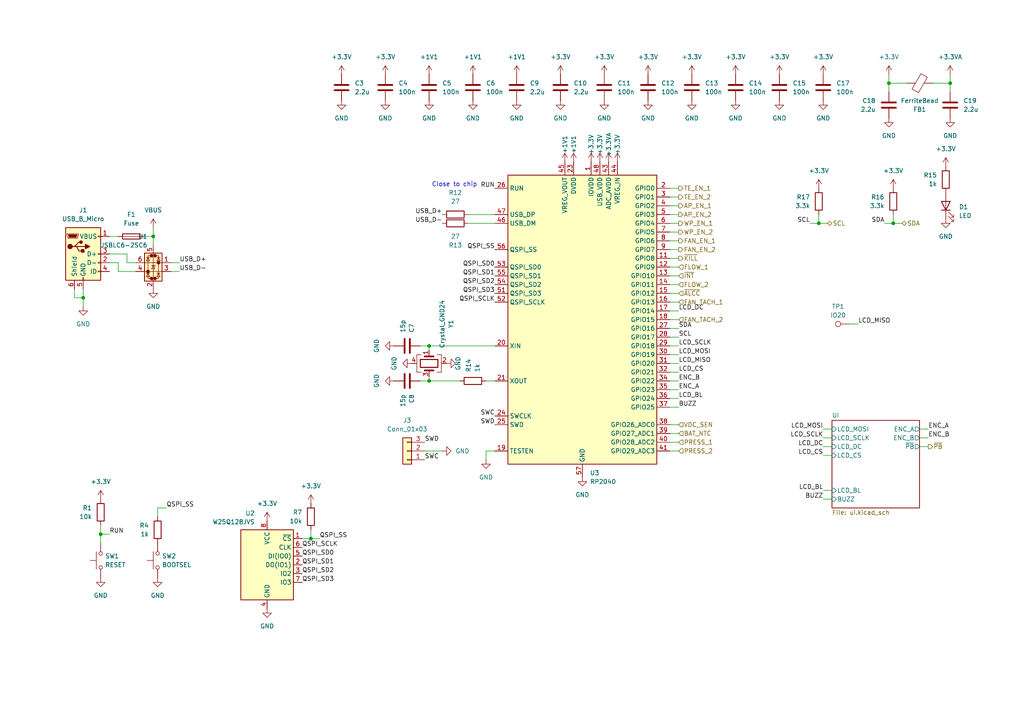
<source format=kicad_sch>
(kicad_sch (version 20231120) (generator "eeschema") (generator_version "8.0")
  (paper "A4")
  (title_block (title "Beerpak") (company "©2024 Luca Anastasio"))
  (lib_symbols
    (symbol "Connector:TestPoint" (pin_numbers hide) (pin_names (offset 0.762) hide)
      (property "Reference" "TP" (at 0 6.858 0))
      (property "Value" "TestPoint" (at 0 5.08 0))
      (symbol "TestPoint_1_1"
        (pin passive line (at 0 0 90) (length 2.54) (name "1") (number "1"))
      )
    )
    (symbol "Connector:USB_B_Micro" (pin_names (offset 1.016))
      (property "Reference" "J" (at -5.08 11.43 0))
      (property "Value" "USB_B_Micro" (at -5.08 8.89 0))
      (symbol "USB_B_Micro_1_1"
        (pin power_out line (at 7.62 5.08 180) (length 2.54) (name "VBUS") (number "1"))
        (pin bidirectional line (at 7.62 -2.54 180) (length 2.54) (name "D-") (number "2"))
        (pin bidirectional line (at 7.62 0 180) (length 2.54) (name "D+") (number "3"))
        (pin passive line (at 7.62 -5.08 180) (length 2.54) (name "ID") (number "4"))
        (pin power_out line (at 0 -10.16 90) (length 2.54) (name "GND") (number "5"))
        (pin passive line (at -2.54 -10.16 90) (length 2.54) (name "Shield") (number "6"))
      )
    )
    (symbol "Connector_Generic:Conn_01x03" (pin_names (offset 1.016) hide)
      (property "Reference" "J" (at 0 5.08 0))
      (property "Value" "Conn_01x03" (at 0 -5.08 0))
      (symbol "Conn_01x03_1_1"
        (pin passive line (at -5.08 2.54 0) (length 3.81) (name "Pin_1") (number "1"))
        (pin passive line (at -5.08 0 0) (length 3.81) (name "Pin_2") (number "2"))
        (pin passive line (at -5.08 -2.54 0) (length 3.81) (name "Pin_3") (number "3"))
      )
    )
    (symbol "Device:C" (pin_numbers hide) (pin_names (offset 0.254))
      (property "Reference" "C" (at 0.635 2.54 0))
      (property "Value" "C" (at 0.635 -2.54 0))
      (symbol "C_1_1"
        (pin passive line (at 0 3.81 270) (length 2.794) (name "~") (number "1"))
        (pin passive line (at 0 -3.81 90) (length 2.794) (name "~") (number "2"))
      )
    )
    (symbol "Device:Crystal_GND24" (pin_names (offset 1.016) hide)
      (property "Reference" "Y" (at 3.175 5.08 0))
      (property "Value" "Crystal_GND24" (at 3.175 3.175 0))
      (symbol "Crystal_GND24_1_1"
        (pin passive line (at -3.81 0 0) (length 1.27) (name "1") (number "1"))
        (pin passive line (at 0 5.08 270) (length 1.27) (name "2") (number "2"))
        (pin passive line (at 3.81 0 180) (length 1.27) (name "3") (number "3"))
        (pin passive line (at 0 -5.08 90) (length 1.27) (name "4") (number "4"))
      )
    )
    (symbol "Device:FerriteBead" (pin_numbers hide) (pin_names (offset 0))
      (property "Reference" "FB" (at -3.81 0.635 90))
      (property "Value" "FerriteBead" (at 3.81 0 90))
      (symbol "FerriteBead_1_1"
        (pin passive line (at 0 3.81 270) (length 2.54) (name "~") (number "1"))
        (pin passive line (at 0 -3.81 90) (length 2.54) (name "~") (number "2"))
      )
    )
    (symbol "Device:Fuse" (pin_numbers hide) (pin_names (offset 0))
      (property "Reference" "F" (at 2.032 0 90))
      (property "Value" "Fuse" (at -1.905 0 90))
      (symbol "Fuse_1_1"
        (pin passive line (at 0 3.81 270) (length 1.27) (name "~") (number "1"))
        (pin passive line (at 0 -3.81 90) (length 1.27) (name "~") (number "2"))
      )
    )
    (symbol "Device:LED" (pin_numbers hide) (pin_names (offset 1.016) hide)
      (property "Reference" "D" (at 0 2.54 0))
      (property "Value" "LED" (at 0 -2.54 0))
      (symbol "LED_1_1"
        (pin passive line (at -3.81 0 0) (length 2.54) (name "K") (number "1"))
        (pin passive line (at 3.81 0 180) (length 2.54) (name "A") (number "2"))
      )
    )
    (symbol "Device:R" (pin_numbers hide) (pin_names (offset 0))
      (property "Reference" "R" (at 2.032 0 90))
      (property "Value" "R" (at 0 0 90))
      (symbol "R_1_1"
        (pin passive line (at 0 3.81 270) (length 1.27) (name "~") (number "1"))
        (pin passive line (at 0 -3.81 90) (length 1.27) (name "~") (number "2"))
      )
    )
    (symbol "MCU_RaspberryPi:RP2040"
      (property "Reference" "U" (at 17.78 45.72 0))
      (property "Value" "RP2040" (at 17.78 43.18 0))
      (symbol "RP2040_1_1"
        (pin power_in line (at 2.54 45.72 270) (length 3.81) (name "IOVDD") (number "1"))
        (pin passive line (at 2.54 45.72 270) (length 3.81) hide (name "IOVDD") (number "10"))
        (pin bidirectional line (at 25.4 17.78 180) (length 3.81) (name "GPIO8") (number "11"))
        (pin bidirectional line (at 25.4 15.24 180) (length 3.81) (name "GPIO9") (number "12"))
        (pin bidirectional line (at 25.4 12.7 180) (length 3.81) (name "GPIO10") (number "13"))
        (pin bidirectional line (at 25.4 10.16 180) (length 3.81) (name "GPIO11") (number "14"))
        (pin bidirectional line (at 25.4 7.62 180) (length 3.81) (name "GPIO12") (number "15"))
        (pin bidirectional line (at 25.4 5.08 180) (length 3.81) (name "GPIO13") (number "16"))
        (pin bidirectional line (at 25.4 2.54 180) (length 3.81) (name "GPIO14") (number "17"))
        (pin bidirectional line (at 25.4 0 180) (length 3.81) (name "GPIO15") (number "18"))
        (pin input line (at -25.4 -38.1 0) (length 3.81) (name "TESTEN") (number "19"))
        (pin bidirectional line (at 25.4 38.1 180) (length 3.81) (name "GPIO0") (number "2"))
        (pin input line (at -25.4 -7.62 0) (length 3.81) (name "XIN") (number "20"))
        (pin passive line (at -25.4 -17.78 0) (length 3.81) (name "XOUT") (number "21"))
        (pin passive line (at 2.54 45.72 270) (length 3.81) hide (name "IOVDD") (number "22"))
        (pin power_in line (at -2.54 45.72 270) (length 3.81) (name "DVDD") (number "23"))
        (pin input line (at -25.4 -27.94 0) (length 3.81) (name "SWCLK") (number "24"))
        (pin bidirectional line (at -25.4 -30.48 0) (length 3.81) (name "SWD") (number "25"))
        (pin input line (at -25.4 38.1 0) (length 3.81) (name "RUN") (number "26"))
        (pin bidirectional line (at 25.4 -2.54 180) (length 3.81) (name "GPIO16") (number "27"))
        (pin bidirectional line (at 25.4 -5.08 180) (length 3.81) (name "GPIO17") (number "28"))
        (pin bidirectional line (at 25.4 -7.62 180) (length 3.81) (name "GPIO18") (number "29"))
        (pin bidirectional line (at 25.4 35.56 180) (length 3.81) (name "GPIO1") (number "3"))
        (pin bidirectional line (at 25.4 -10.16 180) (length 3.81) (name "GPIO19") (number "30"))
        (pin bidirectional line (at 25.4 -12.7 180) (length 3.81) (name "GPIO20") (number "31"))
        (pin bidirectional line (at 25.4 -15.24 180) (length 3.81) (name "GPIO21") (number "32"))
        (pin passive line (at 2.54 45.72 270) (length 3.81) hide (name "IOVDD") (number "33"))
        (pin bidirectional line (at 25.4 -17.78 180) (length 3.81) (name "GPIO22") (number "34"))
        (pin bidirectional line (at 25.4 -20.32 180) (length 3.81) (name "GPIO23") (number "35"))
        (pin bidirectional line (at 25.4 -22.86 180) (length 3.81) (name "GPIO24") (number "36"))
        (pin bidirectional line (at 25.4 -25.4 180) (length 3.81) (name "GPIO25") (number "37"))
        (pin bidirectional line (at 25.4 -30.48 180) (length 3.81) (name "GPIO26_ADC0") (number "38"))
        (pin bidirectional line (at 25.4 -33.02 180) (length 3.81) (name "GPIO27_ADC1") (number "39"))
        (pin bidirectional line (at 25.4 33.02 180) (length 3.81) (name "GPIO2") (number "4"))
        (pin bidirectional line (at 25.4 -35.56 180) (length 3.81) (name "GPIO28_ADC2") (number "40"))
        (pin bidirectional line (at 25.4 -38.1 180) (length 3.81) (name "GPIO29_ADC3") (number "41"))
        (pin passive line (at 2.54 45.72 270) (length 3.81) hide (name "IOVDD") (number "42"))
        (pin power_in line (at 7.62 45.72 270) (length 3.81) (name "ADC_AVDD") (number "43"))
        (pin power_in line (at 10.16 45.72 270) (length 3.81) (name "VREG_IN") (number "44"))
        (pin power_out line (at -5.08 45.72 270) (length 3.81) (name "VREG_VOUT") (number "45"))
        (pin bidirectional line (at -25.4 27.94 0) (length 3.81) (name "USB_DM") (number "46"))
        (pin bidirectional line (at -25.4 30.48 0) (length 3.81) (name "USB_DP") (number "47"))
        (pin power_in line (at 5.08 45.72 270) (length 3.81) (name "USB_VDD") (number "48"))
        (pin passive line (at 2.54 45.72 270) (length 3.81) hide (name "IOVDD") (number "49"))
        (pin bidirectional line (at 25.4 30.48 180) (length 3.81) (name "GPIO3") (number "5"))
        (pin passive line (at -2.54 45.72 270) (length 3.81) hide (name "DVDD") (number "50"))
        (pin bidirectional line (at -25.4 7.62 0) (length 3.81) (name "QSPI_SD3") (number "51"))
        (pin output line (at -25.4 5.08 0) (length 3.81) (name "QSPI_SCLK") (number "52"))
        (pin bidirectional line (at -25.4 15.24 0) (length 3.81) (name "QSPI_SD0") (number "53"))
        (pin bidirectional line (at -25.4 10.16 0) (length 3.81) (name "QSPI_SD2") (number "54"))
        (pin bidirectional line (at -25.4 12.7 0) (length 3.81) (name "QSPI_SD1") (number "55"))
        (pin bidirectional line (at -25.4 20.32 0) (length 3.81) (name "QSPI_SS") (number "56"))
        (pin power_in line (at 0 -45.72 90) (length 3.81) (name "GND") (number "57"))
        (pin bidirectional line (at 25.4 27.94 180) (length 3.81) (name "GPIO4") (number "6"))
        (pin bidirectional line (at 25.4 25.4 180) (length 3.81) (name "GPIO5") (number "7"))
        (pin bidirectional line (at 25.4 22.86 180) (length 3.81) (name "GPIO6") (number "8"))
        (pin bidirectional line (at 25.4 20.32 180) (length 3.81) (name "GPIO7") (number "9"))
      )
    )
    (symbol "Memory_Flash:W25Q128JVS"
      (property "Reference" "U" (at -8.89 8.89 0))
      (property "Value" "W25Q128JVS" (at 7.62 8.89 0))
      (symbol "W25Q128JVS_1_1"
        (pin input line (at -10.16 7.62 0) (length 2.54) (name "~{CS}") (number "1"))
        (pin bidirectional line (at -10.16 0 0) (length 2.54) (name "DO(IO1)") (number "2"))
        (pin bidirectional line (at -10.16 -2.54 0) (length 2.54) (name "IO2") (number "3"))
        (pin power_in line (at 0 -12.7 90) (length 2.54) (name "GND") (number "4"))
        (pin bidirectional line (at -10.16 2.54 0) (length 2.54) (name "DI(IO0)") (number "5"))
        (pin input line (at -10.16 5.08 0) (length 2.54) (name "CLK") (number "6"))
        (pin bidirectional line (at -10.16 -5.08 0) (length 2.54) (name "IO3") (number "7"))
        (pin power_in line (at 0 12.7 270) (length 2.54) (name "VCC") (number "8"))
      )
    )
    (symbol "Power_Protection:USBLC6-2SC6" (pin_names hide)
      (property "Reference" "U" (at 0.635 5.715 0))
      (property "Value" "USBLC6-2SC6" (at 0.635 3.81 0))
      (symbol "USBLC6-2SC6_1_1"
        (pin passive line (at -5.08 0 0) (length 2.54) (name "I/O1") (number "1"))
        (pin passive line (at 0 -7.62 90) (length 2.54) (name "GND") (number "2"))
        (pin passive line (at -5.08 -2.54 0) (length 2.54) (name "I/O2") (number "3"))
        (pin passive line (at 5.08 -2.54 180) (length 2.54) (name "I/O2") (number "4"))
        (pin passive line (at 0 5.08 270) (length 2.54) (name "VBUS") (number "5"))
        (pin passive line (at 5.08 0 180) (length 2.54) (name "I/O1") (number "6"))
      )
    )
    (symbol "Switch:SW_Push" (pin_numbers hide) (pin_names (offset 1.016) hide)
      (property "Reference" "SW" (at 1.27 2.54 0))
      (property "Value" "SW_Push" (at 0 -1.524 0))
      (symbol "SW_Push_0_1"
        (pin passive line (at -5.08 0 0) (length 2.54) (name "1") (number "1"))
        (pin passive line (at 5.08 0 180) (length 2.54) (name "2") (number "2"))
      )
    )
    (symbol "power:+1V1" (power) (pin_numbers hide) (pin_names (offset 0) hide)
      (property "Value" "+1V1" (at 0 3.556 0))
      (symbol "+1V1_1_1"
        (pin power_in line (at 0 0 90) (length 0) (name "~") (number "1"))
      )
    )
    (symbol "power:+3.3V" (power) (pin_numbers hide) (pin_names (offset 0) hide)
      (property "Value" "+3.3V" (at 0 3.556 0))
      (symbol "+3.3V_1_1"
        (pin power_in line (at 0 0 90) (length 0) (name "~") (number "1"))
      )
    )
    (symbol "power:+3.3VA" (power) (pin_numbers hide) (pin_names (offset 0) hide)
      (property "Value" "+3.3VA" (at 0 3.556 0))
      (symbol "+3.3VA_1_1"
        (pin power_in line (at 0 0 90) (length 0) (name "~") (number "1"))
      )
    )
    (symbol "power:GND" (power) (pin_numbers hide) (pin_names (offset 0) hide)
      (property "Value" "GND" (at 0 -3.81 0))
      (symbol "GND_1_1"
        (pin power_in line (at 0 0 270) (length 0) (name "~") (number "1"))
      )
    )
    (symbol "power:VBUS" (power) (pin_numbers hide) (pin_names (offset 0) hide)
      (property "Value" "VBUS" (at 0 3.556 0))
      (symbol "VBUS_1_1"
        (pin power_in line (at 0 0 90) (length 0) (name "~") (number "1"))
      )
    )
  )
  (junction (at 24.13 86.36))
  (junction (at 124.46 100.33))
  (junction (at 124.46 110.49))
  (junction (at 259.08 64.77))
  (junction (at 44.45 68.58))
  (junction (at 29.21 154.94))
  (junction (at 90.17 156.21))
  (junction (at 275.59 24.13))
  (junction (at 257.81 24.13))
  (junction (at 237.49 64.77))
  (wire (pts (xy 196.85 69.85) (xy 194.31 69.85)))
  (wire (pts (xy 143.51 130.81) (xy 140.97 130.81)))
  (wire (pts (xy 196.85 64.77) (xy 194.31 64.77)))
  (wire (pts (xy 234.95 64.77) (xy 237.49 64.77)))
  (wire (pts (xy 256.54 64.77) (xy 259.08 64.77)))
  (wire (pts (xy 29.21 152.4) (xy 29.21 154.94)))
  (wire (pts (xy 196.85 62.23) (xy 194.31 62.23)))
  (wire (pts (xy 196.85 85.09) (xy 194.31 85.09)))
  (wire (pts (xy 275.59 21.59) (xy 275.59 24.13)))
  (wire (pts (xy 140.97 130.81) (xy 140.97 133.35)))
  (wire (pts (xy 124.46 109.22) (xy 124.46 110.49)))
  (wire (pts (xy 196.85 100.33) (xy 194.31 100.33)))
  (wire (pts (xy 29.21 154.94) (xy 29.21 157.48)))
  (wire (pts (xy 196.85 67.31) (xy 194.31 67.31)))
  (wire (pts (xy 196.85 102.87) (xy 194.31 102.87)))
  (wire (pts (xy 196.85 87.63) (xy 194.31 87.63)))
  (wire (pts (xy 121.92 100.33) (xy 124.46 100.33)))
  (wire (pts (xy 196.85 74.93) (xy 194.31 74.93)))
  (wire (pts (xy 196.85 80.01) (xy 194.31 80.01)))
  (wire (pts (xy 266.7 129.54) (xy 269.24 129.54)))
  (wire (pts (xy 34.29 78.74) (xy 34.29 76.2)))
  (wire (pts (xy 196.85 128.27) (xy 194.31 128.27)))
  (wire (pts (xy 238.76 124.46) (xy 241.3 124.46)))
  (wire (pts (xy 49.53 78.74) (xy 52.07 78.74)))
  (wire (pts (xy 196.85 57.15) (xy 194.31 57.15)))
  (wire (pts (xy 259.08 64.77) (xy 261.62 64.77)))
  (wire (pts (xy 124.46 110.49) (xy 133.35 110.49)))
  (wire (pts (xy 259.08 62.23) (xy 259.08 64.77)))
  (wire (pts (xy 196.85 123.19) (xy 194.31 123.19)))
  (wire (pts (xy 237.49 62.23) (xy 237.49 64.77)))
  (wire (pts (xy 24.13 83.82) (xy 24.13 86.36)))
  (wire (pts (xy 194.31 118.11) (xy 196.85 118.11)))
  (wire (pts (xy 21.59 83.82) (xy 21.59 86.36)))
  (wire (pts (xy 135.89 62.23) (xy 143.51 62.23)))
  (wire (pts (xy 140.97 110.49) (xy 143.51 110.49)))
  (wire (pts (xy 45.72 147.32) (xy 45.72 149.86)))
  (wire (pts (xy 21.59 86.36) (xy 24.13 86.36)))
  (wire (pts (xy 44.45 66.04) (xy 44.45 68.58)))
  (wire (pts (xy 238.76 144.78) (xy 241.3 144.78)))
  (wire (pts (xy 49.53 76.2) (xy 52.07 76.2)))
  (wire (pts (xy 275.59 24.13) (xy 275.59 26.67)))
  (wire (pts (xy 196.85 110.49) (xy 194.31 110.49)))
  (wire (pts (xy 90.17 153.67) (xy 90.17 156.21)))
  (wire (pts (xy 196.85 82.55) (xy 194.31 82.55)))
  (wire (pts (xy 196.85 97.79) (xy 194.31 97.79)))
  (wire (pts (xy 31.75 68.58) (xy 34.29 68.58)))
  (wire (pts (xy 238.76 132.08) (xy 241.3 132.08)))
  (wire (pts (xy 36.83 76.2) (xy 36.83 73.66)))
  (wire (pts (xy 36.83 73.66) (xy 31.75 73.66)))
  (wire (pts (xy 48.26 147.32) (xy 45.72 147.32)))
  (wire (pts (xy 34.29 76.2) (xy 31.75 76.2)))
  (wire (pts (xy 44.45 68.58) (xy 44.45 71.12)))
  (wire (pts (xy 92.71 156.21) (xy 90.17 156.21)))
  (wire (pts (xy 135.89 64.77) (xy 143.51 64.77)))
  (wire (pts (xy 196.85 90.17) (xy 194.31 90.17)))
  (wire (pts (xy 128.27 130.81) (xy 123.19 130.81)))
  (wire (pts (xy 196.85 59.69) (xy 194.31 59.69)))
  (wire (pts (xy 196.85 105.41) (xy 194.31 105.41)))
  (wire (pts (xy 196.85 115.57) (xy 194.31 115.57)))
  (wire (pts (xy 238.76 129.54) (xy 241.3 129.54)))
  (wire (pts (xy 266.7 124.46) (xy 269.24 124.46)))
  (wire (pts (xy 90.17 156.21) (xy 87.63 156.21)))
  (wire (pts (xy 196.85 107.95) (xy 194.31 107.95)))
  (wire (pts (xy 124.46 100.33) (xy 143.51 100.33)))
  (wire (pts (xy 36.83 76.2) (xy 39.37 76.2)))
  (wire (pts (xy 196.85 54.61) (xy 194.31 54.61)))
  (wire (pts (xy 196.85 92.71) (xy 194.31 92.71)))
  (wire (pts (xy 266.7 127) (xy 269.24 127)))
  (wire (pts (xy 24.13 86.36) (xy 24.13 88.9)))
  (wire (pts (xy 257.81 24.13) (xy 257.81 26.67)))
  (wire (pts (xy 257.81 24.13) (xy 262.89 24.13)))
  (wire (pts (xy 196.85 77.47) (xy 194.31 77.47)))
  (wire (pts (xy 257.81 21.59) (xy 257.81 24.13)))
  (wire (pts (xy 196.85 113.03) (xy 194.31 113.03)))
  (wire (pts (xy 238.76 142.24) (xy 241.3 142.24)))
  (wire (pts (xy 196.85 125.73) (xy 194.31 125.73)))
  (wire (pts (xy 270.51 24.13) (xy 275.59 24.13)))
  (wire (pts (xy 196.85 130.81) (xy 194.31 130.81)))
  (wire (pts (xy 121.92 110.49) (xy 124.46 110.49)))
  (wire (pts (xy 196.85 95.25) (xy 194.31 95.25)))
  (wire (pts (xy 238.76 127) (xy 241.3 127)))
  (wire (pts (xy 248.92 93.98) (xy 246.38 93.98)))
  (wire (pts (xy 124.46 100.33) (xy 124.46 101.6)))
  (wire (pts (xy 41.91 68.58) (xy 44.45 68.58)))
  (wire (pts (xy 31.75 154.94) (xy 29.21 154.94)))
  (wire (pts (xy 34.29 78.74) (xy 39.37 78.74)))
  (wire (pts (xy 237.49 64.77) (xy 240.03 64.77)))
  (wire (pts (xy 196.85 72.39) (xy 194.31 72.39)))
  (text_box "IO			F1			F2			F3			F4			F5			F6			F7			F8			F9					Usage\n0			SPI0 RX		UART0 TX	I2C0 SDA	PWM0 A		SIO			PIO0		PIO1		-			USB OVCUR DET		.\n1			SPI0 CSn	UART0 RX	I2C0 SCL	PWM0 B		SIO			PIO0		PIO1		-			USB VBUS DET		.\n2			SPI0 SCK	UART0 CTS	I2C1 SDA	PWM1 A		SIO			PIO0		PIO1		-			USB VBUS EN			.\n3			SPI0 TX		UART0 RTS	I2C1 SCL	PWM1 B		SIO			PIO0		PIO1		-			USB OVCUR DET		.\n4			SPI0 RX		UART1 TX	I2C0 SDA	PWM2 A		SIO			PIO0		PIO1		-			USB VBUS DET		.\n5			SPI0 CSn	UART1 RX	I2C0 SCL	PWM2 B		SIO			PIO0		PIO1		-			USB VBUS EN			.\n6			SPI0 SCK	UART1 CTS	I2C1 SDA	PWM3 A		SIO			PIO0		PIO1		-			USB OVCUR DET		.\n7			SPI0 TX		UART1 RTS	I2C1 SCL	PWM3 B		SIO			PIO0		PIO1		-			USB VBUS DET		.\n8			SPI1 RX		UART1 TX	I2C0 SDA	PWM4 A		SIO			PIO0		PIO1		-			USB VBUS EN			.\n9			SPI1 CSn	UART1 RX	I2C0 SCL	PWM4 B		SIO			PIO0		PIO1		-			USB OVCUR DET		.\n10			SPI1 SCK	UART1 CTS	I2C1 SDA	PWM5 A		SIO			PIO0		PIO1		-			USB VBUS DET		.\n11			SPI1 TX		UART1 RTS	I2C1 SCL	PWM5 B		SIO			PIO0		PIO1		-			USB VBUS EN			.\n12			SPI1 RX		UART0 TX	I2C0 SDA	PWM6 A		SIO			PIO0		PIO1		-			USB OVCUR DET		.\n13			SPI1 CSn	UART0 RX	I2C0 SCL	PWM6 B		SIO			PIO0		PIO1		-			USB VBUS DET		.\n14			SPI1 SCK	UART0 CTS	I2C1 SDA	PWM7 A		SIO			PIO0		PIO1		-			USB VBUS EN			.\n15			SPI1 TX		UART0 RTS	I2C1 SCL	PWM7 B		SIO			PIO0		PIO1		-			USB OVCUR DET		.\n16			SPI0 RX		UART0 TX	I2C0 SDA	PWM0 A		SIO			PIO0		PIO1		-			USB VBUS DET		.\n17			SPI0 CSn	UART0 RX	I2C0 SCL	PWM0 B		SIO			PIO0		PIO1		-			USB VBUS EN			.\n18			SPI0 SCK	UART0 CTS	I2C1 SDA	PWM1 A		SIO			PIO0		PIO1		-			USB OVCUR DET		.\n19			SPI0 TX		UART0 RTS	I2C1 SCL	PWM1 B		SIO			PIO0		PIO1		-			USB VBUS DET		.\n20			SPI0 RX		UART1 TX	I2C0 SDA	PWM2 A		SIO			PIO0		PIO1		CLK GPIN0	USB VBUS EN			.\n21			SPI0 CSn	UART1 RX	I2C0 SCL	PWM2 B		SIO			PIO0		PIO1		CLK GPOUT0	USB OVCUR DET		.\n22			SPI0 SCK	UART1 CTS	I2C1 SDA	PWM3 A		SIO			PIO0		PIO1		CLK GPIN1	USB VBUS DET		.\n23			SPI0 TX		UART1 RTS	I2C1 SCL	PWM3 B		SIO			PIO0		PIO1		CLK GPOUT1	USB VBUS EN			.\n24			SPI1 RX		UART1 TX	I2C0 SDA	PWM4 A		SIO			PIO0		PIO1		CLK GPOUT2	USB OVCUR DET		.\n25			SPI1 CSn	UART1 RX	I2C0 SCL	PWM4 B		SIO			PIO0		PIO1		CLK GPOUT3	USB VBUS DET		.\n26			SPI1 SCK	UART1 CTS	I2C1 SDA	PWM5 A		SIO			PIO0		PIO1		-			USB VBUS EN			.\n27			SPI1 TX		UART1 RTS	I2C1 SCL	PWM5 B		SIO			PIO0		PIO1		-			USB OVCUR DET		.\n28			SPI1 RX		UART0 TX	I2C0 SDA	PWM6 A		SIO			PIO0		PIO1		-			USB VBUS DET		.\n29			SPI1 CSn	UART0 RX	I2C0 SCL	PWM6 B		SIO			PIO0		PIO1		-			USB VBUS EN			." (at 0 228.6 0) (size 182.88 67.31) (effects (font (size 1.27 1.27)) (justify left top)))
  (text "Close to chip" (at 131.826 53.594 0) (effects (font (size 1.27 1.27))))
  (label "QSPI_SD0" (at 143.51 77.47 180))
  (label "LCD_MISO" (at 248.92 93.98 0))
  (label "USB_D-" (at 128.27 64.77 180))
  (label "SWD" (at 143.51 123.19 180))
  (label "SWC" (at 143.51 120.65 180))
  (label "USB_D+" (at 128.27 62.23 180))
  (label "QSPI_SD1" (at 143.51 80.01 180))
  (label "LCD_DC" (at 238.76 129.54 180))
  (label "QSPI_SD3" (at 87.63 168.91 0))
  (label "LCD_MOSI" (at 238.76 124.46 180))
  (label "LCD_SCLK" (at 196.85 100.33 0))
  (label "SCL" (at 196.85 97.79 0))
  (label "QSPI_SD0" (at 87.63 161.29 0))
  (label "SWD" (at 123.19 128.27 0))
  (label "USB_D+" (at 52.07 76.2 0))
  (label "LCD_BL" (at 196.85 115.57 0))
  (label "ENC_B" (at 196.85 110.49 0))
  (label "LCD_DC" (at 196.85 90.17 0))
  (label "LCD_MOSI" (at 196.85 102.87 0))
  (label "QSPI_SCLK" (at 143.51 87.63 180))
  (label "BUZZ" (at 238.76 144.78 180))
  (label "ENC_B" (at 269.24 127 0))
  (label "QSPI_SS" (at 143.51 72.39 180))
  (label "QSPI_SS" (at 48.26 147.32 0))
  (label "LCD_MISO" (at 196.85 105.41 0))
  (label "QSPI_SD2" (at 143.51 82.55 180))
  (label "LCD_CS" (at 196.85 107.95 0))
  (label "USB_D-" (at 52.07 78.74 0))
  (label "LCD_SCLK" (at 238.76 127 180))
  (label "QSPI_SD1" (at 87.63 163.83 0))
  (label "QSPI_SD2" (at 87.63 166.37 0))
  (label "QSPI_SD3" (at 143.51 85.09 180))
  (label "BUZZ" (at 196.85 118.11 0))
  (label "ENC_A" (at 269.24 124.46 0))
  (label "SWC" (at 123.19 133.35 0))
  (label "SCL" (at 234.95 64.77 180))
  (label "QSPI_SCLK" (at 87.63 158.75 0))
  (label "ENC_A" (at 196.85 113.03 0))
  (label "LCD_CS" (at 238.76 132.08 180))
  (label "RUN" (at 143.51 54.61 180))
  (label "SDA" (at 256.54 64.77 180))
  (label "RUN" (at 31.75 154.94 0))
  (label "SDA" (at 196.85 95.25 0))
  (label "QSPI_SS" (at 92.71 156.21 0))
  (label "LCD_BL" (at 238.76 142.24 180))
  (hierarchical_label "FAN_TACH_2" (shape input) (at 196.85 92.71 0))
  (hierarchical_label "FAN_TACH_1" (shape input) (at 196.85 87.63 0))
  (hierarchical_label "FAN_EN_1" (shape output) (at 196.85 69.85 0))
  (hierarchical_label "AP_EN_1" (shape output) (at 196.85 59.69 0))
  (hierarchical_label "FLOW_1" (shape input) (at 196.85 77.47 0))
  (hierarchical_label "WP_EN_2" (shape output) (at 196.85 67.31 0))
  (hierarchical_label "SDA" (shape bidirectional) (at 261.62 64.77 0))
  (hierarchical_label "FAN_EN_2" (shape output) (at 196.85 72.39 0))
  (hierarchical_label "PRESS_1" (shape input) (at 196.85 128.27 0))
  (hierarchical_label "TE_EN_1" (shape output) (at 196.85 54.61 0))
  (hierarchical_label "AP_EN_2" (shape output) (at 196.85 62.23 0))
  (hierarchical_label "~{KILL}" (shape output) (at 196.85 74.93 0))
  (hierarchical_label "WP_EN_1" (shape output) (at 196.85 64.77 0))
  (hierarchical_label "~{INT}" (shape input) (at 196.85 80.01 0))
  (hierarchical_label "VDC_SEN" (shape input) (at 196.85 123.19 0))
  (hierarchical_label "~{ALCC}" (shape input) (at 196.85 85.09 0))
  (hierarchical_label "TE_EN_2" (shape output) (at 196.85 57.15 0))
  (hierarchical_label "FLOW_2" (shape input) (at 196.85 82.55 0))
  (hierarchical_label "SCL" (shape bidirectional) (at 240.03 64.77 0))
  (hierarchical_label "BAT_NTC" (shape input) (at 196.85 125.73 0))
  (hierarchical_label "PRESS_2" (shape input) (at 196.85 130.81 0))
  (hierarchical_label "~{PB}" (shape output) (at 269.24 129.54 0))
  (symbol (lib_id "power:GND") (at 137.16 29.21 0) (mirror y) (unit 1)
    (property "Reference" "#PWR032" (effects (hide yes)))
    (property "Value" "GND" (at 137.16 34.29 0))
    (property "Description" "Power symbol creates a global label with name \"GND\" , ground" (effects (hide yes)))
  )
  (symbol (lib_id "power:+3.3V") (at 90.17 146.05 0) (unit 1)
    (property "Reference" "#PWR016" (effects (hide yes)))
    (property "Value" "+3.3V" (at 90.17 140.97 0))
    (property "Description" "Power symbol creates a global label with name \"+3.3V\"" (effects (hide yes)))
  )
  (symbol (lib_id "Connector_Generic:Conn_01x03") (at 118.11 130.81 180) (unit 1)
    (property "Reference" "J3" (at 118.11 121.92 0))
    (property "Value" "Conn_01x03" (at 118.11 124.46 0))
    (property "Footprint" "Connector_PinHeader_2.54mm:PinHeader_1x03_P2.54mm_Vertical" (effects (hide yes)))
    (property "Description" "Generic connector, single row, 01x03, script generated (kicad-library-utils/schlib/autogen/connector/)" (effects (hide yes)))
  )
  (symbol (lib_id "power:GND") (at 200.66 29.21 0) (mirror y) (unit 1)
    (property "Reference" "#PWR056" (effects (hide yes)))
    (property "Value" "GND" (at 200.66 34.29 0))
    (property "Description" "Power symbol creates a global label with name \"GND\" , ground" (effects (hide yes)))
  )
  (symbol (lib_id "power:+3.3V") (at 237.49 54.61 0) (unit 1)
    (property "Reference" "#PWR073" (effects (hide yes)))
    (property "Value" "+3.3V" (at 237.49 49.53 0))
    (property "Description" "Power symbol creates a global label with name \"+3.3V\"" (effects (hide yes)))
  )
  (symbol (lib_id "power:VBUS") (at 44.45 66.04 0) (unit 1)
    (property "Reference" "#PWR09" (effects (hide yes)))
    (property "Value" "VBUS" (at 44.45 60.96 0))
    (property "Description" "Power symbol creates a global label with name \"VBUS\"" (effects (hide yes)))
  )
  (symbol (lib_id "power:+1V1") (at 124.46 21.59 0) (unit 1)
    (property "Reference" "#PWR026" (effects (hide yes)))
    (property "Value" "+1V1" (at 124.46 16.51 0))
    (property "Description" "Power symbol creates a global label with name \"+1V1\"" (effects (hide yes)))
  )
  (symbol (lib_id "power:+3.3V") (at 111.76 21.59 0) (unit 1)
    (property "Reference" "#PWR022" (effects (hide yes)))
    (property "Value" "+3.3V" (at 111.76 16.51 0))
    (property "Description" "Power symbol creates a global label with name \"+3.3V\"" (effects (hide yes)))
  )
  (symbol (lib_id "power:GND") (at 226.06 29.21 0) (mirror y) (unit 1)
    (property "Reference" "#PWR060" (effects (hide yes)))
    (property "Value" "GND" (at 226.06 34.29 0))
    (property "Description" "Power symbol creates a global label with name \"GND\" , ground" (effects (hide yes)))
  )
  (symbol (lib_id "power:GND") (at 128.27 130.81 90) (unit 1)
    (property "Reference" "#PWR034" (effects (hide yes)))
    (property "Value" "GND" (at 132.08 130.8099 90) (effects (justify right)))
    (property "Description" "Power symbol creates a global label with name \"GND\" , ground" (effects (hide yes)))
  )
  (symbol (lib_id "power:+3.3V") (at 213.36 21.59 0) (unit 1)
    (property "Reference" "#PWR057" (effects (hide yes)))
    (property "Value" "+3.3V" (at 213.36 16.51 0))
    (property "Description" "Power symbol creates a global label with name \"+3.3V\"" (effects (hide yes)))
  )
  (symbol (lib_id "power:+1V1") (at 137.16 21.59 0) (unit 1)
    (property "Reference" "#PWR031" (effects (hide yes)))
    (property "Value" "+1V1" (at 137.16 16.51 0))
    (property "Description" "Power symbol creates a global label with name \"+1V1\"" (effects (hide yes)))
  )
  (symbol (lib_id "Device:C") (at 226.06 25.4 0) (unit 1)
    (property "Reference" "C15" (at 229.87 24.1299 0) (effects (justify left)))
    (property "Value" "100n" (at 229.87 26.6699 0) (effects (justify left)))
    (property "Footprint" "Capacitor_SMD:C_0402_1005Metric" (effects (hide yes)))
    (property "Description" "Unpolarized capacitor" (effects (hide yes)))
  )
  (symbol (lib_id "Device:C") (at 175.26 25.4 0) (unit 1)
    (property "Reference" "C11" (at 179.07 24.1299 0) (effects (justify left)))
    (property "Value" "100n" (at 179.07 26.6699 0) (effects (justify left)))
    (property "Footprint" "Capacitor_SMD:C_0402_1005Metric" (effects (hide yes)))
    (property "Description" "Unpolarized capacitor" (effects (hide yes)))
  )
  (symbol (lib_id "Device:C") (at 124.46 25.4 0) (unit 1)
    (property "Reference" "C5" (at 128.27 24.1299 0) (effects (justify left)))
    (property "Value" "100n" (at 128.27 26.6699 0) (effects (justify left)))
    (property "Footprint" "Capacitor_SMD:C_0402_1005Metric" (effects (hide yes)))
    (property "Description" "Unpolarized capacitor" (effects (hide yes)))
  )
  (symbol (lib_id "Switch:SW_Push") (at 45.72 162.56 90) (unit 1)
    (property "Reference" "SW2" (at 46.99 161.2899 90) (effects (justify right)))
    (property "Value" "BOOTSEL" (at 46.99 163.8299 90) (effects (justify right)))
    (property "Footprint" "Button_Switch_SMD:SW_SPST_B3U-1000P" (effects (hide yes)))
    (property "Description" "Push button switch, generic, two pins" (effects (hide yes)))
  )
  (symbol (lib_id "Device:C") (at 118.11 100.33 270) (mirror x) (unit 1)
    (property "Reference" "C7" (at 119.3801 96.52 0) (effects (justify left)))
    (property "Value" "15p" (at 116.8401 96.52 0) (effects (justify left)))
    (property "Footprint" "Capacitor_SMD:C_0402_1005Metric" (effects (hide yes)))
    (property "Description" "Unpolarized capacitor" (effects (hide yes)))
  )
  (symbol (lib_id "Device:R") (at 259.08 58.42 0) (mirror x) (unit 1)
    (property "Reference" "R16" (at 256.54 57.1499 0) (effects (justify right)))
    (property "Value" "3.3k" (at 256.54 59.6899 0) (effects (justify right)))
    (property "Footprint" "Resistor_SMD:R_0603_1608Metric" (effects (hide yes)))
    (property "Description" "Resistor" (effects (hide yes)))
  )
  (symbol (lib_id "Device:C") (at 111.76 25.4 0) (unit 1)
    (property "Reference" "C4" (at 115.57 24.1299 0) (effects (justify left)))
    (property "Value" "100n" (at 115.57 26.6699 0) (effects (justify left)))
    (property "Footprint" "Capacitor_SMD:C_0603_1608Metric" (effects (hide yes)))
    (property "Description" "Unpolarized capacitor" (effects (hide yes)))
  )
  (symbol (lib_id "power:+3.3V") (at 99.06 21.59 0) (unit 1)
    (property "Reference" "#PWR017" (effects (hide yes)))
    (property "Value" "+3.3V" (at 99.06 16.51 0))
    (property "Description" "Power symbol creates a global label with name \"+3.3V\"" (effects (hide yes)))
  )
  (symbol (lib_id "power:GND") (at 114.3 110.49 270) (unit 1)
    (property "Reference" "#PWR030" (effects (hide yes)))
    (property "Value" "GND" (at 109.22 110.49 0))
    (property "Description" "Power symbol creates a global label with name \"GND\" , ground" (effects (hide yes)))
  )
  (symbol (lib_id "Device:C") (at 149.86 25.4 0) (unit 1)
    (property "Reference" "C9" (at 153.67 24.1299 0) (effects (justify left)))
    (property "Value" "2.2u" (at 153.67 26.6699 0) (effects (justify left)))
    (property "Footprint" "Capacitor_SMD:C_0402_1005Metric" (effects (hide yes)))
    (property "Description" "Unpolarized capacitor" (effects (hide yes)))
  )
  (symbol (lib_id "Device:C") (at 99.06 25.4 0) (unit 1)
    (property "Reference" "C3" (at 102.87 24.1299 0) (effects (justify left)))
    (property "Value" "2.2u" (at 102.87 26.6699 0) (effects (justify left)))
    (property "Footprint" "Capacitor_SMD:C_0603_1608Metric" (effects (hide yes)))
    (property "Description" "Unpolarized capacitor" (effects (hide yes)))
  )
  (symbol (lib_id "power:GND") (at 111.76 29.21 0) (mirror y) (unit 1)
    (property "Reference" "#PWR023" (effects (hide yes)))
    (property "Value" "GND" (at 111.76 34.29 0))
    (property "Description" "Power symbol creates a global label with name \"GND\" , ground" (effects (hide yes)))
  )
  (symbol (lib_id "power:GND") (at 114.3 100.33 270) (mirror x) (unit 1)
    (property "Reference" "#PWR029" (effects (hide yes)))
    (property "Value" "GND" (at 109.22 100.33 0))
    (property "Description" "Power symbol creates a global label with name \"GND\" , ground" (effects (hide yes)))
  )
  (symbol (lib_id "power:+3.3VA") (at 176.53 46.99 0) (unit 1)
    (property "Reference" "#PWR053" (effects (hide yes)))
    (property "Value" "+3.3VA" (at 176.53 41.91 90))
    (property "Description" "Power symbol creates a global label with name \"+3.3VA\"" (effects (hide yes)))
  )
  (symbol (lib_id "power:GND") (at 99.06 29.21 0) (mirror y) (unit 1)
    (property "Reference" "#PWR018" (effects (hide yes)))
    (property "Value" "GND" (at 99.06 34.29 0))
    (property "Description" "Power symbol creates a global label with name \"GND\" , ground" (effects (hide yes)))
  )
  (symbol (lib_id "Device:R") (at 90.17 149.86 0) (mirror x) (unit 1)
    (property "Reference" "R7" (at 87.63 148.5899 0) (effects (justify right)))
    (property "Value" "10k" (at 87.63 151.1299 0) (effects (justify right)))
    (property "Footprint" "Resistor_SMD:R_0603_1608Metric" (effects (hide yes)))
    (property "Description" "Resistor" (effects (hide yes)))
  )
  (symbol (lib_id "power:+3.3V") (at 257.81 21.59 0) (mirror y) (unit 1)
    (property "Reference" "#PWR065" (effects (hide yes)))
    (property "Value" "+3.3V" (at 257.81 16.51 0))
    (property "Description" "Power symbol creates a global label with name \"+3.3V\"" (effects (hide yes)))
  )
  (symbol (lib_id "power:GND") (at 140.97 133.35 0) (unit 1)
    (property "Reference" "#PWR040" (effects (hide yes)))
    (property "Value" "GND" (at 140.97 138.43 0))
    (property "Description" "Power symbol creates a global label with name \"GND\" , ground" (effects (hide yes)))
  )
  (symbol (lib_id "MCU_RaspberryPi:RP2040") (at 168.91 92.71 0) (unit 1)
    (property "Reference" "U3" (at 171.1041 137.16 0) (effects (justify left)))
    (property "Value" "RP2040" (at 171.1041 139.7 0) (effects (justify left)))
    (property "Footprint" "Package_DFN_QFN:QFN-56-1EP_7x7mm_P0.4mm_EP3.2x3.2mm" (effects (hide yes)))
    (property "Datasheet" "https://datasheets.raspberrypi.com/rp2040/rp2040-datasheet.pdf" (effects (hide yes)))
    (property "Description" "A microcontroller by Raspberry Pi" (effects (hide yes)))
  )
  (symbol (lib_id "power:+3.3VA") (at 275.59 21.59 0) (unit 1)
    (property "Reference" "#PWR070" (effects (hide yes)))
    (property "Value" "+3.3VA" (at 275.59 16.51 0))
    (property "Description" "Power symbol creates a global label with name \"+3.3VA\"" (effects (hide yes)))
  )
  (symbol (lib_id "power:GND") (at 29.21 167.64 0) (mirror y) (unit 1)
    (property "Reference" "#PWR02" (effects (hide yes)))
    (property "Value" "GND" (at 29.21 172.72 0))
    (property "Description" "Power symbol creates a global label with name \"GND\" , ground" (effects (hide yes)))
  )
  (symbol (lib_id "power:+3.3V") (at 179.07 46.99 0) (unit 1)
    (property "Reference" "#PWR054" (effects (hide yes)))
    (property "Value" "+3.3V" (at 179.07 41.91 90))
    (property "Description" "Power symbol creates a global label with name \"+3.3V\"" (effects (hide yes)))
  )
  (symbol (lib_id "Device:LED") (at 274.32 59.69 90) (unit 1)
    (property "Reference" "D1" (at 278.13 60.0074 90) (effects (justify right)))
    (property "Value" "LED" (at 278.13 62.5474 90) (effects (justify right)))
    (property "Footprint" "LED_SMD:LED_0603_1608Metric" (effects (hide yes)))
    (property "Description" "Light emitting diode" (effects (hide yes)))
  )
  (symbol (lib_id "Device:C") (at 257.81 30.48 0) (mirror y) (unit 1)
    (property "Reference" "C18" (at 254 29.2099 0) (effects (justify left)))
    (property "Value" "2.2u" (at 254 31.7499 0) (effects (justify left)))
    (property "Footprint" "Capacitor_SMD:C_0402_1005Metric" (effects (hide yes)))
    (property "Description" "Unpolarized capacitor" (effects (hide yes)))
  )
  (symbol (lib_id "power:GND") (at 162.56 29.21 0) (mirror y) (unit 1)
    (property "Reference" "#PWR042" (effects (hide yes)))
    (property "Value" "GND" (at 162.56 34.29 0))
    (property "Description" "Power symbol creates a global label with name \"GND\" , ground" (effects (hide yes)))
  )
  (symbol (lib_id "Device:C") (at 162.56 25.4 0) (unit 1)
    (property "Reference" "C10" (at 166.37 24.1299 0) (effects (justify left)))
    (property "Value" "2.2u" (at 166.37 26.6699 0) (effects (justify left)))
    (property "Footprint" "Capacitor_SMD:C_0402_1005Metric" (effects (hide yes)))
    (property "Description" "Unpolarized capacitor" (effects (hide yes)))
  )
  (symbol (lib_id "Power_Protection:USBLC6-2SC6") (at 44.45 76.2 0) (mirror y) (unit 1)
    (property "Reference" "U1" (at 42.7989 68.58 0) (effects (justify left)))
    (property "Value" "USBLC6-2SC6" (at 42.7989 71.12 0) (effects (justify left)))
    (property "Footprint" "Package_TO_SOT_SMD:SOT-23-6" (effects (hide yes)))
    (property "Datasheet" "https://www.st.com/resource/en/datasheet/usblc6-2.pdf" (effects (hide yes)))
    (property "Description" "Very low capacitance ESD protection diode, 2 data-line, SOT-23-6" (effects (hide yes)))
  )
  (symbol (lib_id "Connector:USB_B_Micro") (at 24.13 73.66 0) (unit 1)
    (property "Reference" "J1" (at 24.13 60.96 0))
    (property "Value" "USB_B_Micro" (at 24.13 63.5 0))
    (property "Footprint" "Connector_USB:USB_Micro-B_Amphenol_10118193-0001LF_Horizontal" (effects (hide yes)))
    (property "Description" "USB Micro Type B connector" (effects (hide yes)))
  )
  (symbol (lib_id "Memory_Flash:W25Q128JVS") (at 77.47 163.83 0) (mirror y) (unit 1)
    (property "Reference" "U2" (at 73.914 148.844 0) (effects (justify left)))
    (property "Value" "W25Q128JVS" (at 73.914 151.384 0) (effects (justify left)))
    (property "Footprint" "Package_SO:SOIC-8_5.23x5.23mm_P1.27mm" (effects (hide yes)))
    (property "Datasheet" "http://www.winbond.com/resource-files/w25q128jv_dtr%20revc%2003272018%20plus.pdf" (effects (hide yes)))
    (property "Description" "128Mb Serial Flash Memory, Standard/Dual/Quad SPI, SOIC-8" (effects (hide yes)))
  )
  (symbol (lib_id "power:+1V1") (at 163.83 46.99 0) (unit 1)
    (property "Reference" "#PWR046" (effects (hide yes)))
    (property "Value" "+1V1" (at 163.83 41.91 90))
    (property "Description" "Power symbol creates a global label with name \"+1V1\"" (effects (hide yes)))
  )
  (symbol (lib_id "power:GND") (at 274.32 63.5 0) (unit 1)
    (property "Reference" "#PWR069" (effects (hide yes)))
    (property "Value" "GND" (at 274.32 68.58 0))
    (property "Description" "Power symbol creates a global label with name \"GND\" , ground" (effects (hide yes)))
  )
  (symbol (lib_id "Device:R") (at 274.32 52.07 0) (mirror x) (unit 1)
    (property "Reference" "R15" (at 271.78 50.7999 0) (effects (justify right)))
    (property "Value" "1k" (at 271.78 53.3399 0) (effects (justify right)))
    (property "Footprint" "Resistor_SMD:R_0603_1608Metric" (effects (hide yes)))
    (property "Description" "Resistor" (effects (hide yes)))
  )
  (symbol (lib_id "power:+3.3V") (at 175.26 21.59 0) (unit 1)
    (property "Reference" "#PWR044" (effects (hide yes)))
    (property "Value" "+3.3V" (at 175.26 16.51 0))
    (property "Description" "Power symbol creates a global label with name \"+3.3V\"" (effects (hide yes)))
  )
  (symbol (lib_id "Device:C") (at 187.96 25.4 0) (unit 1)
    (property "Reference" "C12" (at 191.77 24.1299 0) (effects (justify left)))
    (property "Value" "100n" (at 191.77 26.6699 0) (effects (justify left)))
    (property "Footprint" "Capacitor_SMD:C_0402_1005Metric" (effects (hide yes)))
    (property "Description" "Unpolarized capacitor" (effects (hide yes)))
  )
  (symbol (lib_id "power:GND") (at 175.26 29.21 0) (mirror y) (unit 1)
    (property "Reference" "#PWR045" (effects (hide yes)))
    (property "Value" "GND" (at 175.26 34.29 0))
    (property "Description" "Power symbol creates a global label with name \"GND\" , ground" (effects (hide yes)))
  )
  (symbol (lib_id "power:+3.3V") (at 226.06 21.59 0) (unit 1)
    (property "Reference" "#PWR059" (effects (hide yes)))
    (property "Value" "+3.3V" (at 226.06 16.51 0))
    (property "Description" "Power symbol creates a global label with name \"+3.3V\"" (effects (hide yes)))
  )
  (symbol (lib_id "Device:C") (at 200.66 25.4 0) (unit 1)
    (property "Reference" "C13" (at 204.47 24.1299 0) (effects (justify left)))
    (property "Value" "100n" (at 204.47 26.6699 0) (effects (justify left)))
    (property "Footprint" "Capacitor_SMD:C_0402_1005Metric" (effects (hide yes)))
    (property "Description" "Unpolarized capacitor" (effects (hide yes)))
  )
  (symbol (lib_id "Device:Crystal_GND24") (at 124.46 105.41 270) (unit 1)
    (property "Reference" "Y1" (at 130.7786 93.98 0))
    (property "Value" "Crystal_GND24" (at 128.2386 93.98 0))
    (property "Footprint" "Crystal:Crystal_SMD_3225-4Pin_3.2x2.5mm" (effects (hide yes)))
    (property "Description" "Four pin crystal, GND on pins 2 and 4" (effects (hide yes)))
  )
  (symbol (lib_id "power:+3.3V") (at 238.76 21.59 0) (unit 1)
    (property "Reference" "#PWR063" (effects (hide yes)))
    (property "Value" "+3.3V" (at 238.76 16.51 0))
    (property "Description" "Power symbol creates a global label with name \"+3.3V\"" (effects (hide yes)))
  )
  (symbol (lib_id "Device:R") (at 45.72 153.67 0) (mirror x) (unit 1)
    (property "Reference" "R4" (at 43.18 152.3999 0) (effects (justify right)))
    (property "Value" "1k" (at 43.18 154.9399 0) (effects (justify right)))
    (property "Footprint" "Resistor_SMD:R_0603_1608Metric" (effects (hide yes)))
    (property "Description" "Resistor" (effects (hide yes)))
  )
  (symbol (lib_id "Device:C") (at 275.59 30.48 0) (unit 1)
    (property "Reference" "C19" (at 279.4 29.2099 0) (effects (justify left)))
    (property "Value" "2.2u" (at 279.4 31.7499 0) (effects (justify left)))
    (property "Footprint" "Capacitor_SMD:C_0402_1005Metric" (effects (hide yes)))
    (property "Description" "Unpolarized capacitor" (effects (hide yes)))
  )
  (symbol (lib_id "power:GND") (at 149.86 29.21 0) (mirror y) (unit 1)
    (property "Reference" "#PWR036" (effects (hide yes)))
    (property "Value" "GND" (at 149.86 34.29 0))
    (property "Description" "Power symbol creates a global label with name \"GND\" , ground" (effects (hide yes)))
  )
  (symbol (lib_id "power:+3.3V") (at 173.99 46.99 0) (unit 1)
    (property "Reference" "#PWR052" (effects (hide yes)))
    (property "Value" "+3.3V" (at 173.99 41.91 90))
    (property "Description" "Power symbol creates a global label with name \"+3.3V\"" (effects (hide yes)))
  )
  (symbol (lib_id "power:+3.3V") (at 162.56 21.59 0) (unit 1)
    (property "Reference" "#PWR041" (effects (hide yes)))
    (property "Value" "+3.3V" (at 162.56 16.51 0))
    (property "Description" "Power symbol creates a global label with name \"+3.3V\"" (effects (hide yes)))
  )
  (symbol (lib_id "power:+3.3V") (at 200.66 21.59 0) (unit 1)
    (property "Reference" "#PWR055" (effects (hide yes)))
    (property "Value" "+3.3V" (at 200.66 16.51 0))
    (property "Description" "Power symbol creates a global label with name \"+3.3V\"" (effects (hide yes)))
  )
  (symbol (lib_id "power:GND") (at 124.46 29.21 0) (mirror y) (unit 1)
    (property "Reference" "#PWR027" (effects (hide yes)))
    (property "Value" "GND" (at 124.46 34.29 0))
    (property "Description" "Power symbol creates a global label with name \"GND\" , ground" (effects (hide yes)))
  )
  (symbol (lib_id "power:GND") (at 24.13 88.9 0) (unit 1)
    (property "Reference" "#PWR03" (effects (hide yes)))
    (property "Value" "GND" (at 24.13 93.98 0))
    (property "Description" "Power symbol creates a global label with name \"GND\" , ground" (effects (hide yes)))
  )
  (symbol (lib_id "Device:R") (at 29.21 148.59 0) (mirror x) (unit 1)
    (property "Reference" "R1" (at 26.67 147.3199 0) (effects (justify right)))
    (property "Value" "10k" (at 26.67 149.8599 0) (effects (justify right)))
    (property "Footprint" "Resistor_SMD:R_0603_1608Metric" (effects (hide yes)))
    (property "Description" "Resistor" (effects (hide yes)))
  )
  (symbol (lib_id "Device:R") (at 137.16 110.49 270) (unit 1)
    (property "Reference" "R14" (at 135.8899 107.95 0) (effects (justify right)))
    (property "Value" "1k" (at 138.4299 107.95 0) (effects (justify right)))
    (property "Footprint" "Resistor_SMD:R_0402_1005Metric" (effects (hide yes)))
    (property "Description" "Resistor" (effects (hide yes)))
  )
  (symbol (lib_id "power:+3.3V") (at 187.96 21.59 0) (unit 1)
    (property "Reference" "#PWR048" (effects (hide yes)))
    (property "Value" "+3.3V" (at 187.96 16.51 0))
    (property "Description" "Power symbol creates a global label with name \"+3.3V\"" (effects (hide yes)))
  )
  (symbol (lib_id "Device:R") (at 237.49 58.42 0) (mirror x) (unit 1)
    (property "Reference" "R17" (at 234.95 57.1499 0) (effects (justify right)))
    (property "Value" "3.3k" (at 234.95 59.6899 0) (effects (justify right)))
    (property "Footprint" "Resistor_SMD:R_0603_1608Metric" (effects (hide yes)))
    (property "Description" "Resistor" (effects (hide yes)))
  )
  (symbol (lib_id "Device:C") (at 118.11 110.49 270) (unit 1)
    (property "Reference" "C8" (at 119.3801 114.3 0) (effects (justify left)))
    (property "Value" "15p" (at 116.8401 114.3 0) (effects (justify left)))
    (property "Footprint" "Capacitor_SMD:C_0402_1005Metric" (effects (hide yes)))
    (property "Description" "Unpolarized capacitor" (effects (hide yes)))
  )
  (symbol (lib_id "Device:C") (at 137.16 25.4 0) (unit 1)
    (property "Reference" "C6" (at 140.97 24.1299 0) (effects (justify left)))
    (property "Value" "100n" (at 140.97 26.6699 0) (effects (justify left)))
    (property "Footprint" "Capacitor_SMD:C_0402_1005Metric" (effects (hide yes)))
    (property "Description" "Unpolarized capacitor" (effects (hide yes)))
  )
  (symbol (lib_id "Device:FerriteBead") (at 266.7 24.13 270) (unit 1)
    (property "Reference" "FB1" (at 266.7508 31.75 90))
    (property "Value" "FerriteBead" (at 266.7508 29.21 90))
    (property "Footprint" "Inductor_SMD:L_0402_1005Metric" (effects (hide yes)))
    (property "Description" "Ferrite bead" (effects (hide yes)))
  )
  (symbol (lib_id "power:GND") (at 119.38 105.41 270) (unit 1)
    (property "Reference" "#PWR033" (effects (hide yes)))
    (property "Value" "GND" (at 114.3 105.41 0))
    (property "Description" "Power symbol creates a global label with name \"GND\" , ground" (effects (hide yes)))
  )
  (symbol (lib_id "power:GND") (at 129.54 105.41 90) (unit 1)
    (property "Reference" "#PWR037" (effects (hide yes)))
    (property "Value" "GND" (at 132.842 105.41 0))
    (property "Description" "Power symbol creates a global label with name \"GND\" , ground" (effects (hide yes)))
  )
  (symbol (lib_id "power:GND") (at 275.59 34.29 0) (mirror y) (unit 1)
    (property "Reference" "#PWR071" (effects (hide yes)))
    (property "Value" "GND" (at 275.59 39.37 0))
    (property "Description" "Power symbol creates a global label with name \"GND\" , ground" (effects (hide yes)))
  )
  (symbol (lib_id "power:GND") (at 168.91 138.43 0) (unit 1)
    (property "Reference" "#PWR050" (effects (hide yes)))
    (property "Value" "GND" (at 168.91 143.51 0))
    (property "Description" "Power symbol creates a global label with name \"GND\" , ground" (effects (hide yes)))
  )
  (symbol (lib_id "power:+3.3V") (at 171.45 46.99 0) (unit 1)
    (property "Reference" "#PWR051" (effects (hide yes)))
    (property "Value" "+3.3V" (at 171.45 41.91 90))
    (property "Description" "Power symbol creates a global label with name \"+3.3V\"" (effects (hide yes)))
  )
  (symbol (lib_id "power:GND") (at 44.45 83.82 0) (unit 1)
    (property "Reference" "#PWR010" (effects (hide yes)))
    (property "Value" "GND" (at 44.45 88.9 0))
    (property "Description" "Power symbol creates a global label with name \"GND\" , ground" (effects (hide yes)))
  )
  (symbol (lib_id "power:GND") (at 187.96 29.21 0) (mirror y) (unit 1)
    (property "Reference" "#PWR049" (effects (hide yes)))
    (property "Value" "GND" (at 187.96 34.29 0))
    (property "Description" "Power symbol creates a global label with name \"GND\" , ground" (effects (hide yes)))
  )
  (symbol (lib_id "power:GND") (at 238.76 29.21 0) (mirror y) (unit 1)
    (property "Reference" "#PWR064" (effects (hide yes)))
    (property "Value" "GND" (at 238.76 34.29 0))
    (property "Description" "Power symbol creates a global label with name \"GND\" , ground" (effects (hide yes)))
  )
  (symbol (lib_id "Device:R") (at 132.08 62.23 90) (unit 1)
    (property "Reference" "R12" (at 132.08 55.88 90))
    (property "Value" "27" (at 132.08 58.42 90))
    (property "Footprint" "Resistor_SMD:R_0402_1005Metric" (effects (hide yes)))
    (property "Description" "Resistor" (effects (hide yes)))
  )
  (symbol (lib_id "power:GND") (at 257.81 34.29 0) (unit 1)
    (property "Reference" "#PWR066" (effects (hide yes)))
    (property "Value" "GND" (at 257.81 39.37 0))
    (property "Description" "Power symbol creates a global label with name \"GND\" , ground" (effects (hide yes)))
  )
  (symbol (lib_id "power:GND") (at 213.36 29.21 0) (mirror y) (unit 1)
    (property "Reference" "#PWR058" (effects (hide yes)))
    (property "Value" "GND" (at 213.36 34.29 0))
    (property "Description" "Power symbol creates a global label with name \"GND\" , ground" (effects (hide yes)))
  )
  (symbol (lib_id "power:GND") (at 77.47 176.53 0) (mirror y) (unit 1)
    (property "Reference" "#PWR014" (effects (hide yes)))
    (property "Value" "GND" (at 77.47 181.61 0))
    (property "Description" "Power symbol creates a global label with name \"GND\" , ground" (effects (hide yes)))
  )
  (symbol (lib_id "Device:R") (at 132.08 64.77 270) (unit 1)
    (property "Reference" "R13" (at 132.08 71.12 90))
    (property "Value" "27" (at 132.08 68.58 90))
    (property "Footprint" "Resistor_SMD:R_0402_1005Metric" (effects (hide yes)))
    (property "Description" "Resistor" (effects (hide yes)))
  )
  (symbol (lib_id "Device:Fuse") (at 38.1 68.58 90) (unit 1)
    (property "Reference" "F1" (at 38.1 62.23 90))
    (property "Value" "Fuse" (at 38.1 64.77 90))
    (property "Footprint" "Fuse:Fuse_0603_1608Metric_Pad1.05x0.95mm_HandSolder" (effects (hide yes)))
    (property "Description" "Fuse" (effects (hide yes)))
  )
  (symbol (lib_id "Connector:TestPoint") (at 246.38 93.98 90) (unit 1)
    (property "Reference" "TP1" (at 243.078 88.9 90))
    (property "Value" "IO20" (at 243.078 91.44 90))
    (property "Footprint" "TestPoint:TestPoint_THTPad_1.0x1.0mm_Drill0.5mm" (effects (hide yes)))
    (property "Description" "test point" (effects (hide yes)))
  )
  (symbol (lib_id "Device:C") (at 238.76 25.4 0) (unit 1)
    (property "Reference" "C17" (at 242.57 24.1299 0) (effects (justify left)))
    (property "Value" "100n" (at 242.57 26.6699 0) (effects (justify left)))
    (property "Footprint" "Capacitor_SMD:C_0402_1005Metric" (effects (hide yes)))
    (property "Description" "Unpolarized capacitor" (effects (hide yes)))
  )
  (symbol (lib_id "power:+3.3V") (at 77.47 151.13 0) (unit 1)
    (property "Reference" "#PWR013" (effects (hide yes)))
    (property "Value" "+3.3V" (at 77.47 146.05 0))
    (property "Description" "Power symbol creates a global label with name \"+3.3V\"" (effects (hide yes)))
  )
  (symbol (lib_id "Device:C") (at 213.36 25.4 0) (unit 1)
    (property "Reference" "C14" (at 217.17 24.1299 0) (effects (justify left)))
    (property "Value" "100n" (at 217.17 26.6699 0) (effects (justify left)))
    (property "Footprint" "Capacitor_SMD:C_0402_1005Metric" (effects (hide yes)))
    (property "Description" "Unpolarized capacitor" (effects (hide yes)))
  )
  (symbol (lib_id "power:+3.3V") (at 259.08 54.61 0) (unit 1)
    (property "Reference" "#PWR072" (effects (hide yes)))
    (property "Value" "+3.3V" (at 259.08 49.53 0))
    (property "Description" "Power symbol creates a global label with name \"+3.3V\"" (effects (hide yes)))
  )
  (symbol (lib_id "power:+3.3V") (at 29.21 144.78 0) (unit 1)
    (property "Reference" "#PWR01" (effects (hide yes)))
    (property "Value" "+3.3V" (at 29.21 139.7 0))
    (property "Description" "Power symbol creates a global label with name \"+3.3V\"" (effects (hide yes)))
  )
  (symbol (lib_id "power:+3.3V") (at 274.32 48.26 0) (mirror y) (unit 1)
    (property "Reference" "#PWR0205" (effects (hide yes)))
    (property "Value" "+3.3V" (at 274.32 43.18 0))
    (property "Description" "Power symbol creates a global label with name \"+3.3V\"" (effects (hide yes)))
  )
  (symbol (lib_id "power:GND") (at 45.72 167.64 0) (mirror y) (unit 1)
    (property "Reference" "#PWR06" (effects (hide yes)))
    (property "Value" "GND" (at 45.72 172.72 0))
    (property "Description" "Power symbol creates a global label with name \"GND\" , ground" (effects (hide yes)))
  )
  (symbol (lib_id "power:+1V1") (at 149.86 21.59 0) (unit 1)
    (property "Reference" "#PWR035" (effects (hide yes)))
    (property "Value" "+1V1" (at 149.86 16.51 0))
    (property "Description" "Power symbol creates a global label with name \"+1V1\"" (effects (hide yes)))
  )
  (symbol (lib_id "power:+1V1") (at 166.37 46.99 0) (unit 1)
    (property "Reference" "#PWR047" (effects (hide yes)))
    (property "Value" "+1V1" (at 166.37 41.91 90))
    (property "Description" "Power symbol creates a global label with name \"+1V1\"" (effects (hide yes)))
  )
  (symbol (lib_id "Switch:SW_Push") (at 29.21 162.56 90) (unit 1)
    (property "Reference" "SW1" (at 30.48 161.2899 90) (effects (justify right)))
    (property "Value" "RESET" (at 30.48 163.8299 90) (effects (justify right)))
    (property "Footprint" "Button_Switch_SMD:SW_SPST_B3U-1000P" (effects (hide yes)))
    (property "Description" "Push button switch, generic, two pins" (effects (hide yes)))
  )
  (sheet (at 241.3 121.92) (size 25.4 25.4) (stroke (width 0.1524))
    (property "Sheetname" "UI" (at 241.3 121.2084 0) (effects (justify left bottom)))
    (property "Sheetfile" "ui.kicad_sch" (at 241.3 147.9046 0) (effects (justify left top)))
    (pin "ENC_A" output (at 266.7 124.46 0))
    (pin "~{PB}" output (at 266.7 129.54 0))
    (pin "ENC_B" output (at 266.7 127 0))
    (pin "LCD_MOSI" input (at 241.3 124.46 180))
    (pin "LCD_SCLK" input (at 241.3 127 180))
    (pin "LCD_DC" input (at 241.3 129.54 180))
    (pin "LCD_CS" input (at 241.3 132.08 180))
    (pin "BUZZ" input (at 241.3 144.78 180))
    (pin "LCD_BL" input (at 241.3 142.24 180))
  )
)
</source>
